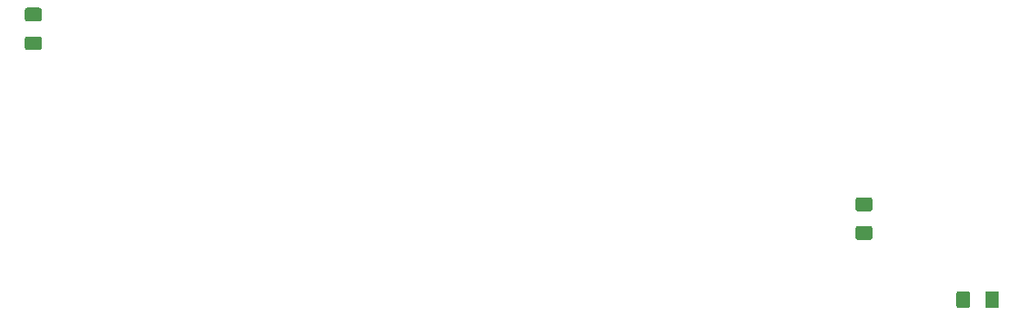
<source format=gbr>
G04 #@! TF.GenerationSoftware,KiCad,Pcbnew,(5.1.5)-3*
G04 #@! TF.CreationDate,2020-05-13T11:32:24+02:00*
G04 #@! TF.ProjectId,vfo-pcb,76666f2d-7063-4622-9e6b-696361645f70,rev?*
G04 #@! TF.SameCoordinates,Original*
G04 #@! TF.FileFunction,Paste,Bot*
G04 #@! TF.FilePolarity,Positive*
%FSLAX46Y46*%
G04 Gerber Fmt 4.6, Leading zero omitted, Abs format (unit mm)*
G04 Created by KiCad (PCBNEW (5.1.5)-3) date 2020-05-13 11:32:24*
%MOMM*%
%LPD*%
G04 APERTURE LIST*
%ADD10C,0.100000*%
G04 APERTURE END LIST*
D10*
G36*
X133349264Y-102428884D02*
G01*
X133373533Y-102432484D01*
X133397331Y-102438445D01*
X133420431Y-102446710D01*
X133442609Y-102457200D01*
X133463653Y-102469813D01*
X133483358Y-102484427D01*
X133501537Y-102500903D01*
X133518013Y-102519082D01*
X133532627Y-102538787D01*
X133545240Y-102559831D01*
X133555730Y-102582009D01*
X133563995Y-102605109D01*
X133569956Y-102628907D01*
X133573556Y-102653176D01*
X133574760Y-102677680D01*
X133574760Y-103602680D01*
X133573556Y-103627184D01*
X133569956Y-103651453D01*
X133563995Y-103675251D01*
X133555730Y-103698351D01*
X133545240Y-103720529D01*
X133532627Y-103741573D01*
X133518013Y-103761278D01*
X133501537Y-103779457D01*
X133483358Y-103795933D01*
X133463653Y-103810547D01*
X133442609Y-103823160D01*
X133420431Y-103833650D01*
X133397331Y-103841915D01*
X133373533Y-103847876D01*
X133349264Y-103851476D01*
X133324760Y-103852680D01*
X132074760Y-103852680D01*
X132050256Y-103851476D01*
X132025987Y-103847876D01*
X132002189Y-103841915D01*
X131979089Y-103833650D01*
X131956911Y-103823160D01*
X131935867Y-103810547D01*
X131916162Y-103795933D01*
X131897983Y-103779457D01*
X131881507Y-103761278D01*
X131866893Y-103741573D01*
X131854280Y-103720529D01*
X131843790Y-103698351D01*
X131835525Y-103675251D01*
X131829564Y-103651453D01*
X131825964Y-103627184D01*
X131824760Y-103602680D01*
X131824760Y-102677680D01*
X131825964Y-102653176D01*
X131829564Y-102628907D01*
X131835525Y-102605109D01*
X131843790Y-102582009D01*
X131854280Y-102559831D01*
X131866893Y-102538787D01*
X131881507Y-102519082D01*
X131897983Y-102500903D01*
X131916162Y-102484427D01*
X131935867Y-102469813D01*
X131956911Y-102457200D01*
X131979089Y-102446710D01*
X132002189Y-102438445D01*
X132025987Y-102432484D01*
X132050256Y-102428884D01*
X132074760Y-102427680D01*
X133324760Y-102427680D01*
X133349264Y-102428884D01*
G37*
G36*
X133349264Y-105403884D02*
G01*
X133373533Y-105407484D01*
X133397331Y-105413445D01*
X133420431Y-105421710D01*
X133442609Y-105432200D01*
X133463653Y-105444813D01*
X133483358Y-105459427D01*
X133501537Y-105475903D01*
X133518013Y-105494082D01*
X133532627Y-105513787D01*
X133545240Y-105534831D01*
X133555730Y-105557009D01*
X133563995Y-105580109D01*
X133569956Y-105603907D01*
X133573556Y-105628176D01*
X133574760Y-105652680D01*
X133574760Y-106577680D01*
X133573556Y-106602184D01*
X133569956Y-106626453D01*
X133563995Y-106650251D01*
X133555730Y-106673351D01*
X133545240Y-106695529D01*
X133532627Y-106716573D01*
X133518013Y-106736278D01*
X133501537Y-106754457D01*
X133483358Y-106770933D01*
X133463653Y-106785547D01*
X133442609Y-106798160D01*
X133420431Y-106808650D01*
X133397331Y-106816915D01*
X133373533Y-106822876D01*
X133349264Y-106826476D01*
X133324760Y-106827680D01*
X132074760Y-106827680D01*
X132050256Y-106826476D01*
X132025987Y-106822876D01*
X132002189Y-106816915D01*
X131979089Y-106808650D01*
X131956911Y-106798160D01*
X131935867Y-106785547D01*
X131916162Y-106770933D01*
X131897983Y-106754457D01*
X131881507Y-106736278D01*
X131866893Y-106716573D01*
X131854280Y-106695529D01*
X131843790Y-106673351D01*
X131835525Y-106650251D01*
X131829564Y-106626453D01*
X131825964Y-106602184D01*
X131824760Y-106577680D01*
X131824760Y-105652680D01*
X131825964Y-105628176D01*
X131829564Y-105603907D01*
X131835525Y-105580109D01*
X131843790Y-105557009D01*
X131854280Y-105534831D01*
X131866893Y-105513787D01*
X131881507Y-105494082D01*
X131897983Y-105475903D01*
X131916162Y-105459427D01*
X131935867Y-105444813D01*
X131956911Y-105432200D01*
X131979089Y-105421710D01*
X132002189Y-105413445D01*
X132025987Y-105407484D01*
X132050256Y-105403884D01*
X132074760Y-105402680D01*
X133324760Y-105402680D01*
X133349264Y-105403884D01*
G37*
G36*
X143464544Y-112135884D02*
G01*
X143488813Y-112139484D01*
X143512611Y-112145445D01*
X143535711Y-112153710D01*
X143557889Y-112164200D01*
X143578933Y-112176813D01*
X143598638Y-112191427D01*
X143616817Y-112207903D01*
X143633293Y-112226082D01*
X143647907Y-112245787D01*
X143660520Y-112266831D01*
X143671010Y-112289009D01*
X143679275Y-112312109D01*
X143685236Y-112335907D01*
X143688836Y-112360176D01*
X143690040Y-112384680D01*
X143690040Y-113634680D01*
X143688836Y-113659184D01*
X143685236Y-113683453D01*
X143679275Y-113707251D01*
X143671010Y-113730351D01*
X143660520Y-113752529D01*
X143647907Y-113773573D01*
X143633293Y-113793278D01*
X143616817Y-113811457D01*
X143598638Y-113827933D01*
X143578933Y-113842547D01*
X143557889Y-113855160D01*
X143535711Y-113865650D01*
X143512611Y-113873915D01*
X143488813Y-113879876D01*
X143464544Y-113883476D01*
X143440040Y-113884680D01*
X142515040Y-113884680D01*
X142490536Y-113883476D01*
X142466267Y-113879876D01*
X142442469Y-113873915D01*
X142419369Y-113865650D01*
X142397191Y-113855160D01*
X142376147Y-113842547D01*
X142356442Y-113827933D01*
X142338263Y-113811457D01*
X142321787Y-113793278D01*
X142307173Y-113773573D01*
X142294560Y-113752529D01*
X142284070Y-113730351D01*
X142275805Y-113707251D01*
X142269844Y-113683453D01*
X142266244Y-113659184D01*
X142265040Y-113634680D01*
X142265040Y-112384680D01*
X142266244Y-112360176D01*
X142269844Y-112335907D01*
X142275805Y-112312109D01*
X142284070Y-112289009D01*
X142294560Y-112266831D01*
X142307173Y-112245787D01*
X142321787Y-112226082D01*
X142338263Y-112207903D01*
X142356442Y-112191427D01*
X142376147Y-112176813D01*
X142397191Y-112164200D01*
X142419369Y-112153710D01*
X142442469Y-112145445D01*
X142466267Y-112139484D01*
X142490536Y-112135884D01*
X142515040Y-112134680D01*
X143440040Y-112134680D01*
X143464544Y-112135884D01*
G37*
G36*
X146439544Y-112135884D02*
G01*
X146463813Y-112139484D01*
X146487611Y-112145445D01*
X146510711Y-112153710D01*
X146532889Y-112164200D01*
X146553933Y-112176813D01*
X146573638Y-112191427D01*
X146591817Y-112207903D01*
X146608293Y-112226082D01*
X146622907Y-112245787D01*
X146635520Y-112266831D01*
X146646010Y-112289009D01*
X146654275Y-112312109D01*
X146660236Y-112335907D01*
X146663836Y-112360176D01*
X146665040Y-112384680D01*
X146665040Y-113634680D01*
X146663836Y-113659184D01*
X146660236Y-113683453D01*
X146654275Y-113707251D01*
X146646010Y-113730351D01*
X146635520Y-113752529D01*
X146622907Y-113773573D01*
X146608293Y-113793278D01*
X146591817Y-113811457D01*
X146573638Y-113827933D01*
X146553933Y-113842547D01*
X146532889Y-113855160D01*
X146510711Y-113865650D01*
X146487611Y-113873915D01*
X146463813Y-113879876D01*
X146439544Y-113883476D01*
X146415040Y-113884680D01*
X145490040Y-113884680D01*
X145465536Y-113883476D01*
X145441267Y-113879876D01*
X145417469Y-113873915D01*
X145394369Y-113865650D01*
X145372191Y-113855160D01*
X145351147Y-113842547D01*
X145331442Y-113827933D01*
X145313263Y-113811457D01*
X145296787Y-113793278D01*
X145282173Y-113773573D01*
X145269560Y-113752529D01*
X145259070Y-113730351D01*
X145250805Y-113707251D01*
X145244844Y-113683453D01*
X145241244Y-113659184D01*
X145240040Y-113634680D01*
X145240040Y-112384680D01*
X145241244Y-112360176D01*
X145244844Y-112335907D01*
X145250805Y-112312109D01*
X145259070Y-112289009D01*
X145269560Y-112266831D01*
X145282173Y-112245787D01*
X145296787Y-112226082D01*
X145313263Y-112207903D01*
X145331442Y-112191427D01*
X145351147Y-112176813D01*
X145372191Y-112164200D01*
X145394369Y-112153710D01*
X145417469Y-112145445D01*
X145441267Y-112139484D01*
X145465536Y-112135884D01*
X145490040Y-112134680D01*
X146415040Y-112134680D01*
X146439544Y-112135884D01*
G37*
G36*
X47431224Y-85729044D02*
G01*
X47455493Y-85732644D01*
X47479291Y-85738605D01*
X47502391Y-85746870D01*
X47524569Y-85757360D01*
X47545613Y-85769973D01*
X47565318Y-85784587D01*
X47583497Y-85801063D01*
X47599973Y-85819242D01*
X47614587Y-85838947D01*
X47627200Y-85859991D01*
X47637690Y-85882169D01*
X47645955Y-85905269D01*
X47651916Y-85929067D01*
X47655516Y-85953336D01*
X47656720Y-85977840D01*
X47656720Y-86902840D01*
X47655516Y-86927344D01*
X47651916Y-86951613D01*
X47645955Y-86975411D01*
X47637690Y-86998511D01*
X47627200Y-87020689D01*
X47614587Y-87041733D01*
X47599973Y-87061438D01*
X47583497Y-87079617D01*
X47565318Y-87096093D01*
X47545613Y-87110707D01*
X47524569Y-87123320D01*
X47502391Y-87133810D01*
X47479291Y-87142075D01*
X47455493Y-87148036D01*
X47431224Y-87151636D01*
X47406720Y-87152840D01*
X46156720Y-87152840D01*
X46132216Y-87151636D01*
X46107947Y-87148036D01*
X46084149Y-87142075D01*
X46061049Y-87133810D01*
X46038871Y-87123320D01*
X46017827Y-87110707D01*
X45998122Y-87096093D01*
X45979943Y-87079617D01*
X45963467Y-87061438D01*
X45948853Y-87041733D01*
X45936240Y-87020689D01*
X45925750Y-86998511D01*
X45917485Y-86975411D01*
X45911524Y-86951613D01*
X45907924Y-86927344D01*
X45906720Y-86902840D01*
X45906720Y-85977840D01*
X45907924Y-85953336D01*
X45911524Y-85929067D01*
X45917485Y-85905269D01*
X45925750Y-85882169D01*
X45936240Y-85859991D01*
X45948853Y-85838947D01*
X45963467Y-85819242D01*
X45979943Y-85801063D01*
X45998122Y-85784587D01*
X46017827Y-85769973D01*
X46038871Y-85757360D01*
X46061049Y-85746870D01*
X46084149Y-85738605D01*
X46107947Y-85732644D01*
X46132216Y-85729044D01*
X46156720Y-85727840D01*
X47406720Y-85727840D01*
X47431224Y-85729044D01*
G37*
G36*
X47431224Y-82754044D02*
G01*
X47455493Y-82757644D01*
X47479291Y-82763605D01*
X47502391Y-82771870D01*
X47524569Y-82782360D01*
X47545613Y-82794973D01*
X47565318Y-82809587D01*
X47583497Y-82826063D01*
X47599973Y-82844242D01*
X47614587Y-82863947D01*
X47627200Y-82884991D01*
X47637690Y-82907169D01*
X47645955Y-82930269D01*
X47651916Y-82954067D01*
X47655516Y-82978336D01*
X47656720Y-83002840D01*
X47656720Y-83927840D01*
X47655516Y-83952344D01*
X47651916Y-83976613D01*
X47645955Y-84000411D01*
X47637690Y-84023511D01*
X47627200Y-84045689D01*
X47614587Y-84066733D01*
X47599973Y-84086438D01*
X47583497Y-84104617D01*
X47565318Y-84121093D01*
X47545613Y-84135707D01*
X47524569Y-84148320D01*
X47502391Y-84158810D01*
X47479291Y-84167075D01*
X47455493Y-84173036D01*
X47431224Y-84176636D01*
X47406720Y-84177840D01*
X46156720Y-84177840D01*
X46132216Y-84176636D01*
X46107947Y-84173036D01*
X46084149Y-84167075D01*
X46061049Y-84158810D01*
X46038871Y-84148320D01*
X46017827Y-84135707D01*
X45998122Y-84121093D01*
X45979943Y-84104617D01*
X45963467Y-84086438D01*
X45948853Y-84066733D01*
X45936240Y-84045689D01*
X45925750Y-84023511D01*
X45917485Y-84000411D01*
X45911524Y-83976613D01*
X45907924Y-83952344D01*
X45906720Y-83927840D01*
X45906720Y-83002840D01*
X45907924Y-82978336D01*
X45911524Y-82954067D01*
X45917485Y-82930269D01*
X45925750Y-82907169D01*
X45936240Y-82884991D01*
X45948853Y-82863947D01*
X45963467Y-82844242D01*
X45979943Y-82826063D01*
X45998122Y-82809587D01*
X46017827Y-82794973D01*
X46038871Y-82782360D01*
X46061049Y-82771870D01*
X46084149Y-82763605D01*
X46107947Y-82757644D01*
X46132216Y-82754044D01*
X46156720Y-82752840D01*
X47406720Y-82752840D01*
X47431224Y-82754044D01*
G37*
M02*

</source>
